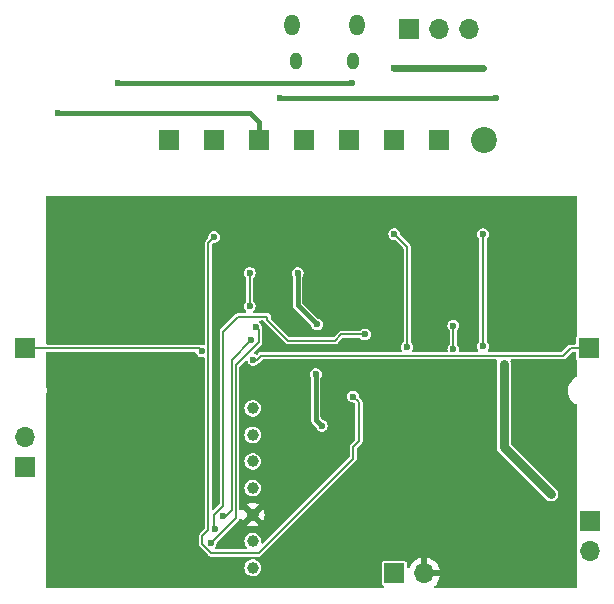
<source format=gbr>
%TF.GenerationSoftware,KiCad,Pcbnew,8.0.4*%
%TF.CreationDate,2024-07-20T20:35:12+02:00*%
%TF.ProjectId,pico-HABakuk,7069636f-2d48-4414-9261-6b756b2e6b69,REV1*%
%TF.SameCoordinates,Original*%
%TF.FileFunction,Copper,L2,Bot*%
%TF.FilePolarity,Positive*%
%FSLAX46Y46*%
G04 Gerber Fmt 4.6, Leading zero omitted, Abs format (unit mm)*
G04 Created by KiCad (PCBNEW 8.0.4) date 2024-07-20 20:35:12*
%MOMM*%
%LPD*%
G01*
G04 APERTURE LIST*
%TA.AperFunction,ComponentPad*%
%ADD10O,1.300000X1.800000*%
%TD*%
%TA.AperFunction,ComponentPad*%
%ADD11O,1.050000X1.450000*%
%TD*%
%TA.AperFunction,ComponentPad*%
%ADD12C,0.600000*%
%TD*%
%TA.AperFunction,ComponentPad*%
%ADD13R,1.700000X1.700000*%
%TD*%
%TA.AperFunction,ComponentPad*%
%ADD14C,1.000000*%
%TD*%
%TA.AperFunction,ComponentPad*%
%ADD15O,1.700000X1.700000*%
%TD*%
%TA.AperFunction,ComponentPad*%
%ADD16C,2.200000*%
%TD*%
%TA.AperFunction,ViaPad*%
%ADD17C,0.600000*%
%TD*%
%TA.AperFunction,Conductor*%
%ADD18C,0.600000*%
%TD*%
%TA.AperFunction,Conductor*%
%ADD19C,0.400000*%
%TD*%
%TA.AperFunction,Conductor*%
%ADD20C,0.800000*%
%TD*%
%TA.AperFunction,Conductor*%
%ADD21C,0.200000*%
%TD*%
G04 APERTURE END LIST*
D10*
X104050000Y-72550000D03*
D11*
X103750000Y-75580000D03*
X98900000Y-75580000D03*
D10*
X98600000Y-72550000D03*
D12*
X98725000Y-98725000D03*
X98725000Y-100000000D03*
X98725000Y-101275000D03*
X100000000Y-98725000D03*
X100000000Y-100000000D03*
X100000000Y-101275000D03*
X101275000Y-98725000D03*
X101275000Y-100000000D03*
X101275000Y-101275000D03*
D13*
X95762000Y-82291000D03*
D14*
X95250000Y-111750000D03*
X95250000Y-105000000D03*
X95250000Y-109500000D03*
D13*
X99572000Y-82291000D03*
X123698000Y-99908000D03*
X91952000Y-82291000D03*
X75946000Y-99908000D03*
X123775000Y-114500000D03*
D15*
X123775000Y-117040000D03*
D16*
X114812000Y-82291000D03*
D14*
X95250000Y-116250000D03*
X95250000Y-107250000D03*
D13*
X75975000Y-110000000D03*
D15*
X75975000Y-107460000D03*
D13*
X88142000Y-82291000D03*
X103382000Y-82291000D03*
X111002000Y-82291000D03*
X108462000Y-72893000D03*
D15*
X111002000Y-72893000D03*
X113542000Y-72893000D03*
D13*
X107250000Y-118975000D03*
D15*
X109790000Y-118975000D03*
D14*
X95250000Y-114000000D03*
D13*
X107192000Y-82291000D03*
D14*
X95250000Y-118500000D03*
D17*
X89250000Y-119250000D03*
X86250000Y-92000000D03*
X112250000Y-102250000D03*
X120250000Y-97500000D03*
X109754000Y-76175000D03*
X90500000Y-101250000D03*
X120250000Y-102250000D03*
X114754000Y-76175000D03*
X114500000Y-118500000D03*
X105500000Y-109250000D03*
X98500000Y-105000000D03*
X112254000Y-76175000D03*
X105500000Y-114500000D03*
X79750000Y-119250000D03*
X81750000Y-106000000D03*
X84500000Y-95750000D03*
X115500000Y-110750000D03*
X97500000Y-106000000D03*
X93750000Y-96394000D03*
X113750000Y-110750000D03*
X107254000Y-76175000D03*
X120250000Y-95750000D03*
X97250000Y-105000000D03*
X89750000Y-106000000D03*
X114500000Y-116250000D03*
X107500000Y-102500000D03*
X120250000Y-104500000D03*
X103636000Y-77465000D03*
X83824000Y-77465000D03*
X116500000Y-101250000D03*
X120500000Y-112250000D03*
X99055000Y-93558000D03*
X100700000Y-97900000D03*
X101092000Y-106468000D03*
X100599970Y-102100000D03*
X78744000Y-80005000D03*
X95300000Y-100882000D03*
X90932000Y-100162000D03*
X95147000Y-99250000D03*
X92710000Y-114132000D03*
X95504000Y-98130000D03*
X91692000Y-116416000D03*
X112250000Y-100000000D03*
X112250000Y-98000000D03*
X104750000Y-98750000D03*
X92050000Y-115250000D03*
X97540000Y-78735000D03*
X103750000Y-104000000D03*
X92000000Y-90500000D03*
X115828000Y-78735000D03*
X114750000Y-99750000D03*
X114750000Y-90250000D03*
X108327817Y-99800000D03*
X107250000Y-90250000D03*
X94996000Y-96352000D03*
X94996000Y-93544000D03*
D18*
X112254000Y-76175000D02*
X114754000Y-76175000D01*
X107254000Y-76175000D02*
X109754000Y-76175000D01*
X109754000Y-76175000D02*
X112254000Y-76175000D01*
D19*
X103636000Y-77465000D02*
X83824000Y-77465000D01*
D20*
X116500000Y-101250000D02*
X116500000Y-108250000D01*
X116500000Y-108250000D02*
X120500000Y-112250000D01*
D19*
X100690000Y-97900000D02*
X100700000Y-97900000D01*
X100590000Y-105966000D02*
X101092000Y-106468000D01*
X99055000Y-96265000D02*
X100690000Y-97900000D01*
X99055000Y-93558000D02*
X99055000Y-96265000D01*
X100599970Y-102100000D02*
X100590000Y-102109970D01*
X100590000Y-102109970D02*
X100590000Y-105966000D01*
X95762000Y-82291000D02*
X95762000Y-80767000D01*
X95762000Y-80767000D02*
X95000000Y-80005000D01*
X95000000Y-80005000D02*
X78744000Y-80005000D01*
D21*
X95630000Y-100882000D02*
X96012000Y-100500000D01*
X121532000Y-100550000D02*
X122174000Y-99908000D01*
X95300000Y-100882000D02*
X95630000Y-100882000D01*
X96012000Y-100500000D02*
X96062000Y-100550000D01*
X96062000Y-100550000D02*
X121532000Y-100550000D01*
X122174000Y-99908000D02*
X123698000Y-99908000D01*
X90932000Y-100162000D02*
X90678000Y-99908000D01*
X90678000Y-99908000D02*
X75946000Y-99908000D01*
X93472000Y-113624000D02*
X93472000Y-100925000D01*
X93472000Y-100925000D02*
X95147000Y-99250000D01*
X92964000Y-114132000D02*
X93472000Y-113624000D01*
X92710000Y-114132000D02*
X92964000Y-114132000D01*
X93822000Y-114290000D02*
X93822000Y-101352818D01*
X93822000Y-101352818D02*
X95758000Y-99416818D01*
X95758000Y-98384000D02*
X95504000Y-98130000D01*
X91696000Y-116416000D02*
X93822000Y-114290000D01*
X91692000Y-116416000D02*
X91696000Y-116416000D01*
X95758000Y-99416818D02*
X95758000Y-98384000D01*
X112250000Y-98000000D02*
X112250000Y-100000000D01*
X96500000Y-97250000D02*
X94000000Y-97250000D01*
X96500000Y-97500000D02*
X96500000Y-97250000D01*
X104750000Y-98750000D02*
X102750000Y-98750000D01*
X92000000Y-115250000D02*
X92050000Y-115250000D01*
X92000000Y-114000000D02*
X92000000Y-115250000D01*
X92750000Y-98500000D02*
X92750000Y-113250000D01*
X92750000Y-113250000D02*
X92000000Y-114000000D01*
X94000000Y-97250000D02*
X92750000Y-98500000D01*
X102225000Y-99275000D02*
X98275000Y-99275000D01*
X102750000Y-98750000D02*
X102225000Y-99275000D01*
X98275000Y-99275000D02*
X96500000Y-97500000D01*
X104250000Y-107750000D02*
X103750000Y-108250000D01*
X91500000Y-115341636D02*
X91500000Y-91000000D01*
X91748182Y-117250000D02*
X91000000Y-116501818D01*
X104250000Y-104500000D02*
X104250000Y-107750000D01*
X92000000Y-90250000D02*
X92000000Y-90500000D01*
X103750000Y-109250000D02*
X95750000Y-117250000D01*
D19*
X97540000Y-78735000D02*
X115828000Y-78735000D01*
D21*
X91500000Y-91000000D02*
X92000000Y-90500000D01*
X103750000Y-104000000D02*
X104250000Y-104500000D01*
X95750000Y-117250000D02*
X91748182Y-117250000D01*
X91000000Y-116501818D02*
X91000000Y-115841636D01*
X103750000Y-108250000D02*
X103750000Y-109250000D01*
X91000000Y-115841636D02*
X91500000Y-115341636D01*
X114750000Y-99750000D02*
X114750000Y-90250000D01*
X108327817Y-99800000D02*
X108327817Y-91327817D01*
X108327817Y-91327817D02*
X107250000Y-90250000D01*
X94996000Y-93544000D02*
X94996000Y-96352000D01*
%TA.AperFunction,Conductor*%
G36*
X90392873Y-100228185D02*
G01*
X90438628Y-100280989D01*
X90444809Y-100297559D01*
X90446834Y-100304455D01*
X90506620Y-100435369D01*
X90506623Y-100435373D01*
X90600872Y-100544143D01*
X90721947Y-100621953D01*
X90721950Y-100621954D01*
X90721949Y-100621954D01*
X90860036Y-100662499D01*
X90860038Y-100662500D01*
X90860039Y-100662500D01*
X91003961Y-100662500D01*
X91040566Y-100651752D01*
X91110434Y-100651752D01*
X91169212Y-100689526D01*
X91198238Y-100753081D01*
X91199500Y-100770729D01*
X91199500Y-115165803D01*
X91179815Y-115232842D01*
X91163181Y-115253484D01*
X90759541Y-115657123D01*
X90759535Y-115657131D01*
X90719982Y-115725640D01*
X90719979Y-115725645D01*
X90715844Y-115741078D01*
X90699500Y-115802074D01*
X90699500Y-116541380D01*
X90704076Y-116558456D01*
X90719979Y-116617808D01*
X90719981Y-116617813D01*
X90742294Y-116656460D01*
X90742295Y-116656460D01*
X90759540Y-116686329D01*
X91507722Y-117434511D01*
X91563671Y-117490460D01*
X91563673Y-117490461D01*
X91563677Y-117490464D01*
X91632186Y-117530017D01*
X91632193Y-117530021D01*
X91708620Y-117550500D01*
X91708622Y-117550500D01*
X95789560Y-117550500D01*
X95789562Y-117550500D01*
X95865989Y-117530021D01*
X95934511Y-117490460D01*
X95990460Y-117434511D01*
X103990460Y-109434511D01*
X103990693Y-109434108D01*
X104030021Y-109365989D01*
X104050500Y-109289562D01*
X104050500Y-108425833D01*
X104070185Y-108358794D01*
X104086819Y-108338152D01*
X104261641Y-108163330D01*
X104490460Y-107934511D01*
X104530022Y-107865988D01*
X104550500Y-107789562D01*
X104550500Y-107710438D01*
X104550500Y-104460438D01*
X104550370Y-104459953D01*
X104530022Y-104384012D01*
X104490460Y-104315489D01*
X104289395Y-104114424D01*
X104255910Y-104053101D01*
X104254339Y-104009094D01*
X104255647Y-104000000D01*
X104235165Y-103857543D01*
X104175377Y-103726627D01*
X104081128Y-103617857D01*
X103960053Y-103540047D01*
X103960051Y-103540046D01*
X103960049Y-103540045D01*
X103960050Y-103540045D01*
X103821963Y-103499500D01*
X103821961Y-103499500D01*
X103678039Y-103499500D01*
X103678036Y-103499500D01*
X103539949Y-103540045D01*
X103418873Y-103617856D01*
X103324623Y-103726626D01*
X103324622Y-103726628D01*
X103264834Y-103857543D01*
X103244353Y-104000000D01*
X103264834Y-104142456D01*
X103282717Y-104181613D01*
X103324623Y-104273373D01*
X103418872Y-104382143D01*
X103476637Y-104419266D01*
X103539949Y-104459954D01*
X103647107Y-104491417D01*
X103675280Y-104499690D01*
X103678036Y-104500499D01*
X103678038Y-104500500D01*
X103774167Y-104500500D01*
X103841206Y-104520185D01*
X103861848Y-104536819D01*
X103913181Y-104588152D01*
X103946666Y-104649475D01*
X103949500Y-104675833D01*
X103949500Y-107574167D01*
X103929815Y-107641206D01*
X103913181Y-107661848D01*
X103509541Y-108065487D01*
X103509535Y-108065495D01*
X103469982Y-108134004D01*
X103469979Y-108134009D01*
X103449500Y-108210439D01*
X103449500Y-109074167D01*
X103429815Y-109141206D01*
X103413181Y-109161848D01*
X96158685Y-116416343D01*
X96097362Y-116449828D01*
X96027670Y-116444844D01*
X95971737Y-116402972D01*
X95947320Y-116337508D01*
X95947907Y-116313720D01*
X95955645Y-116250000D01*
X95935140Y-116081128D01*
X95874818Y-115922070D01*
X95871468Y-115917217D01*
X95840476Y-115872318D01*
X95778183Y-115782071D01*
X95650852Y-115669266D01*
X95650849Y-115669263D01*
X95500226Y-115590210D01*
X95335056Y-115549500D01*
X95164944Y-115549500D01*
X94999773Y-115590210D01*
X94849150Y-115669263D01*
X94721816Y-115782072D01*
X94625182Y-115922068D01*
X94564860Y-116081125D01*
X94564859Y-116081130D01*
X94544355Y-116250000D01*
X94564859Y-116418869D01*
X94564860Y-116418874D01*
X94625182Y-116577931D01*
X94721817Y-116717929D01*
X94738472Y-116732684D01*
X94775599Y-116791873D01*
X94774833Y-116861738D01*
X94736416Y-116920098D01*
X94672545Y-116948424D01*
X94656246Y-116949500D01*
X92163498Y-116949500D01*
X92096459Y-116929815D01*
X92050704Y-116877011D01*
X92040760Y-116807853D01*
X92069785Y-116744297D01*
X92092633Y-116717929D01*
X92117377Y-116689373D01*
X92177165Y-116558457D01*
X92197647Y-116416000D01*
X92196842Y-116410402D01*
X92206782Y-116341245D01*
X92231895Y-116305074D01*
X93674896Y-114862075D01*
X94741476Y-114862075D01*
X94865462Y-114928348D01*
X95053969Y-114985531D01*
X95053965Y-114985531D01*
X95250000Y-115004838D01*
X95446032Y-114985531D01*
X95634537Y-114928348D01*
X95758523Y-114862076D01*
X95758523Y-114862075D01*
X95250001Y-114353553D01*
X95250000Y-114353553D01*
X94741476Y-114862075D01*
X93674896Y-114862075D01*
X94062460Y-114474511D01*
X94098534Y-114412028D01*
X94098538Y-114412022D01*
X94102017Y-114405996D01*
X94102017Y-114405995D01*
X94102021Y-114405989D01*
X94102023Y-114405981D01*
X94102584Y-114404628D01*
X94103372Y-114403649D01*
X94106086Y-114398950D01*
X94106818Y-114399372D01*
X94146422Y-114350222D01*
X94212715Y-114328153D01*
X94280415Y-114345428D01*
X94326506Y-114393620D01*
X94387923Y-114508522D01*
X94896447Y-114000000D01*
X94846719Y-113950272D01*
X95000000Y-113950272D01*
X95000000Y-114049728D01*
X95038060Y-114141614D01*
X95108386Y-114211940D01*
X95200272Y-114250000D01*
X95299728Y-114250000D01*
X95391614Y-114211940D01*
X95461940Y-114141614D01*
X95500000Y-114049728D01*
X95500000Y-113999999D01*
X95603553Y-113999999D01*
X95603553Y-114000000D01*
X96112075Y-114508523D01*
X96112076Y-114508523D01*
X96178348Y-114384537D01*
X96235531Y-114196032D01*
X96254838Y-114000000D01*
X96235531Y-113803967D01*
X96178348Y-113615462D01*
X96112075Y-113491476D01*
X95603553Y-113999999D01*
X95500000Y-113999999D01*
X95500000Y-113950272D01*
X95461940Y-113858386D01*
X95391614Y-113788060D01*
X95299728Y-113750000D01*
X95200272Y-113750000D01*
X95108386Y-113788060D01*
X95038060Y-113858386D01*
X95000000Y-113950272D01*
X94846719Y-113950272D01*
X94387923Y-113491476D01*
X94387922Y-113491476D01*
X94355858Y-113551465D01*
X94306896Y-113601309D01*
X94238759Y-113616770D01*
X94173079Y-113592939D01*
X94130710Y-113537381D01*
X94122500Y-113493012D01*
X94122500Y-113137923D01*
X94741476Y-113137923D01*
X95250000Y-113646447D01*
X95250001Y-113646447D01*
X95758522Y-113137923D01*
X95634537Y-113071651D01*
X95446030Y-113014468D01*
X95446034Y-113014468D01*
X95250000Y-112995161D01*
X95053967Y-113014468D01*
X94865466Y-113071649D01*
X94741476Y-113137923D01*
X94122500Y-113137923D01*
X94122500Y-111750000D01*
X94544355Y-111750000D01*
X94564859Y-111918869D01*
X94564860Y-111918874D01*
X94625182Y-112077931D01*
X94687475Y-112168177D01*
X94721817Y-112217929D01*
X94827505Y-112311560D01*
X94849150Y-112330736D01*
X94999773Y-112409789D01*
X94999775Y-112409790D01*
X95164944Y-112450500D01*
X95335056Y-112450500D01*
X95500225Y-112409790D01*
X95579692Y-112368081D01*
X95650849Y-112330736D01*
X95650850Y-112330734D01*
X95650852Y-112330734D01*
X95778183Y-112217929D01*
X95874818Y-112077930D01*
X95935140Y-111918872D01*
X95955645Y-111750000D01*
X95935140Y-111581128D01*
X95874818Y-111422070D01*
X95778183Y-111282071D01*
X95650852Y-111169266D01*
X95650849Y-111169263D01*
X95500226Y-111090210D01*
X95335056Y-111049500D01*
X95164944Y-111049500D01*
X94999773Y-111090210D01*
X94849150Y-111169263D01*
X94721816Y-111282072D01*
X94625182Y-111422068D01*
X94564860Y-111581125D01*
X94564859Y-111581130D01*
X94544355Y-111750000D01*
X94122500Y-111750000D01*
X94122500Y-109500000D01*
X94544355Y-109500000D01*
X94564859Y-109668869D01*
X94564860Y-109668874D01*
X94625182Y-109827931D01*
X94687475Y-109918177D01*
X94721817Y-109967929D01*
X94827505Y-110061560D01*
X94849150Y-110080736D01*
X94999773Y-110159789D01*
X94999775Y-110159790D01*
X95164944Y-110200500D01*
X95335056Y-110200500D01*
X95500225Y-110159790D01*
X95579692Y-110118081D01*
X95650849Y-110080736D01*
X95650850Y-110080734D01*
X95650852Y-110080734D01*
X95778183Y-109967929D01*
X95874818Y-109827930D01*
X95935140Y-109668872D01*
X95955645Y-109500000D01*
X95935140Y-109331128D01*
X95874818Y-109172070D01*
X95867762Y-109161848D01*
X95807240Y-109074167D01*
X95778183Y-109032071D01*
X95650852Y-108919266D01*
X95650849Y-108919263D01*
X95500226Y-108840210D01*
X95335056Y-108799500D01*
X95164944Y-108799500D01*
X94999773Y-108840210D01*
X94849150Y-108919263D01*
X94721816Y-109032072D01*
X94625182Y-109172068D01*
X94564860Y-109331125D01*
X94564859Y-109331130D01*
X94544355Y-109500000D01*
X94122500Y-109500000D01*
X94122500Y-107250000D01*
X94544355Y-107250000D01*
X94564859Y-107418869D01*
X94564860Y-107418874D01*
X94625182Y-107577931D01*
X94683107Y-107661848D01*
X94721817Y-107717929D01*
X94827505Y-107811560D01*
X94849150Y-107830736D01*
X94999773Y-107909789D01*
X94999775Y-107909790D01*
X95164944Y-107950500D01*
X95335056Y-107950500D01*
X95500225Y-107909790D01*
X95583682Y-107865988D01*
X95650849Y-107830736D01*
X95650850Y-107830734D01*
X95650852Y-107830734D01*
X95778183Y-107717929D01*
X95874818Y-107577930D01*
X95935140Y-107418872D01*
X95955645Y-107250000D01*
X95935140Y-107081128D01*
X95874818Y-106922070D01*
X95778183Y-106782071D01*
X95650852Y-106669266D01*
X95650849Y-106669263D01*
X95500226Y-106590210D01*
X95335056Y-106549500D01*
X95164944Y-106549500D01*
X94999773Y-106590210D01*
X94849150Y-106669263D01*
X94721816Y-106782072D01*
X94625182Y-106922068D01*
X94564860Y-107081125D01*
X94564859Y-107081130D01*
X94544355Y-107250000D01*
X94122500Y-107250000D01*
X94122500Y-105000000D01*
X94544355Y-105000000D01*
X94564859Y-105168869D01*
X94564860Y-105168874D01*
X94625182Y-105327931D01*
X94687475Y-105418177D01*
X94721817Y-105467929D01*
X94827505Y-105561560D01*
X94849150Y-105580736D01*
X94999773Y-105659789D01*
X94999775Y-105659790D01*
X95164944Y-105700500D01*
X95335056Y-105700500D01*
X95500225Y-105659790D01*
X95579692Y-105618081D01*
X95650849Y-105580736D01*
X95650850Y-105580734D01*
X95650852Y-105580734D01*
X95778183Y-105467929D01*
X95874818Y-105327930D01*
X95935140Y-105168872D01*
X95955645Y-105000000D01*
X95935140Y-104831128D01*
X95923524Y-104800500D01*
X95874817Y-104672068D01*
X95781460Y-104536819D01*
X95778183Y-104532071D01*
X95650852Y-104419266D01*
X95650849Y-104419263D01*
X95500226Y-104340210D01*
X95335056Y-104299500D01*
X95164944Y-104299500D01*
X94999773Y-104340210D01*
X94849150Y-104419263D01*
X94721816Y-104532072D01*
X94625182Y-104672068D01*
X94564860Y-104831125D01*
X94564859Y-104831130D01*
X94544355Y-105000000D01*
X94122500Y-105000000D01*
X94122500Y-102100000D01*
X100094323Y-102100000D01*
X100114804Y-102242456D01*
X100178277Y-102381440D01*
X100174708Y-102383069D01*
X100189496Y-102432001D01*
X100189500Y-102432978D01*
X100189500Y-106018726D01*
X100216793Y-106120589D01*
X100243156Y-106166250D01*
X100269520Y-106211913D01*
X100269522Y-106211915D01*
X100567369Y-106509762D01*
X100600854Y-106571085D01*
X100602426Y-106579795D01*
X100603923Y-106590210D01*
X100606835Y-106610457D01*
X100666623Y-106741373D01*
X100760872Y-106850143D01*
X100881947Y-106927953D01*
X100881950Y-106927954D01*
X100881949Y-106927954D01*
X101020036Y-106968499D01*
X101020038Y-106968500D01*
X101020039Y-106968500D01*
X101163962Y-106968500D01*
X101163962Y-106968499D01*
X101302053Y-106927953D01*
X101423128Y-106850143D01*
X101517377Y-106741373D01*
X101577165Y-106610457D01*
X101597647Y-106468000D01*
X101577165Y-106325543D01*
X101517377Y-106194627D01*
X101423128Y-106085857D01*
X101388581Y-106063655D01*
X101302051Y-106008045D01*
X101185736Y-105973893D01*
X101132990Y-105942597D01*
X101026819Y-105836426D01*
X100993334Y-105775103D01*
X100990500Y-105748745D01*
X100990500Y-102459837D01*
X101010185Y-102392798D01*
X101020786Y-102378636D01*
X101025347Y-102373373D01*
X101085135Y-102242457D01*
X101105617Y-102100000D01*
X101085135Y-101957543D01*
X101025347Y-101826627D01*
X100931098Y-101717857D01*
X100810023Y-101640047D01*
X100810021Y-101640046D01*
X100810019Y-101640045D01*
X100810020Y-101640045D01*
X100671933Y-101599500D01*
X100671931Y-101599500D01*
X100528009Y-101599500D01*
X100528006Y-101599500D01*
X100389919Y-101640045D01*
X100268843Y-101717856D01*
X100174593Y-101826626D01*
X100174592Y-101826628D01*
X100114804Y-101957543D01*
X100094323Y-102100000D01*
X94122500Y-102100000D01*
X94122500Y-101528650D01*
X94142185Y-101461611D01*
X94158815Y-101440973D01*
X94613465Y-100986322D01*
X94674786Y-100952839D01*
X94744477Y-100957823D01*
X94800411Y-100999694D01*
X94813938Y-101022493D01*
X94814835Y-101024457D01*
X94874623Y-101155373D01*
X94968872Y-101264143D01*
X95089947Y-101341953D01*
X95089950Y-101341954D01*
X95089949Y-101341954D01*
X95228036Y-101382499D01*
X95228038Y-101382500D01*
X95228039Y-101382500D01*
X95371962Y-101382500D01*
X95371962Y-101382499D01*
X95510053Y-101341953D01*
X95631128Y-101264143D01*
X95686745Y-101199955D01*
X95738992Y-101166377D01*
X95738477Y-101165133D01*
X95745377Y-101162274D01*
X95745520Y-101162183D01*
X95745763Y-101162114D01*
X95745991Y-101162020D01*
X95814504Y-101122464D01*
X95814503Y-101122464D01*
X95814511Y-101122460D01*
X95870460Y-101066511D01*
X96050152Y-100886819D01*
X96111475Y-100853334D01*
X96137833Y-100850500D01*
X115824314Y-100850500D01*
X115891353Y-100870185D01*
X115937108Y-100922989D01*
X115947052Y-100992147D01*
X115942087Y-101010247D01*
X115942527Y-101010365D01*
X115940423Y-101018214D01*
X115940423Y-101018216D01*
X115903672Y-101155373D01*
X115899500Y-101170943D01*
X115899500Y-108163330D01*
X115899499Y-108163348D01*
X115899499Y-108329054D01*
X115899498Y-108329054D01*
X115940422Y-108481782D01*
X115940425Y-108481790D01*
X115945432Y-108490461D01*
X115945434Y-108490464D01*
X116019477Y-108618712D01*
X116019481Y-108618717D01*
X116138349Y-108737585D01*
X116138355Y-108737590D01*
X120131284Y-112730519D01*
X120268215Y-112809577D01*
X120420942Y-112850500D01*
X120420944Y-112850500D01*
X120579055Y-112850500D01*
X120579057Y-112850500D01*
X120731784Y-112809577D01*
X120868716Y-112730519D01*
X120980519Y-112618716D01*
X121059577Y-112481784D01*
X121100500Y-112329057D01*
X121100500Y-112170942D01*
X121059577Y-112018215D01*
X120980519Y-111881284D01*
X117136819Y-108037584D01*
X117103334Y-107976261D01*
X117100500Y-107949903D01*
X117100500Y-101170945D01*
X117100500Y-101170943D01*
X117059577Y-101018216D01*
X117059576Y-101018214D01*
X117057473Y-101010365D01*
X117059809Y-101009739D01*
X117053658Y-100952472D01*
X117084939Y-100889996D01*
X117145031Y-100854349D01*
X117175686Y-100850500D01*
X121571560Y-100850500D01*
X121571562Y-100850500D01*
X121647989Y-100830021D01*
X121716511Y-100790460D01*
X121772460Y-100734511D01*
X122262152Y-100244819D01*
X122323475Y-100211334D01*
X122349833Y-100208500D01*
X122523500Y-100208500D01*
X122590539Y-100228185D01*
X122636294Y-100280989D01*
X122647500Y-100332500D01*
X122647500Y-100777752D01*
X122659131Y-100836229D01*
X122659132Y-100836230D01*
X122703445Y-100902549D01*
X122712082Y-100911185D01*
X122709250Y-100914016D01*
X122739694Y-100950442D01*
X122750000Y-100999936D01*
X122750000Y-102219189D01*
X122730315Y-102286228D01*
X122682296Y-102329673D01*
X122568388Y-102387713D01*
X122402786Y-102508028D01*
X122258028Y-102652786D01*
X122137715Y-102818386D01*
X122044781Y-103000776D01*
X121981522Y-103195465D01*
X121949500Y-103397648D01*
X121949500Y-103602351D01*
X121981522Y-103804534D01*
X122044781Y-103999223D01*
X122137715Y-104181613D01*
X122258028Y-104347213D01*
X122402786Y-104491971D01*
X122568385Y-104612284D01*
X122568387Y-104612285D01*
X122568390Y-104612287D01*
X122682296Y-104670325D01*
X122733091Y-104718298D01*
X122750000Y-104780809D01*
X122750000Y-113513625D01*
X122740562Y-113561076D01*
X122736131Y-113571771D01*
X122724500Y-113630247D01*
X122724500Y-115369752D01*
X122736131Y-115428229D01*
X122740560Y-115438919D01*
X122750000Y-115486374D01*
X122750000Y-120126000D01*
X122730315Y-120193039D01*
X122677511Y-120238794D01*
X122626000Y-120250000D01*
X110716041Y-120250000D01*
X110649002Y-120230315D01*
X110603247Y-120177511D01*
X110593303Y-120108353D01*
X110622328Y-120044797D01*
X110644917Y-120024426D01*
X110661078Y-120013109D01*
X110828105Y-119846082D01*
X110963600Y-119652578D01*
X111063429Y-119438492D01*
X111063432Y-119438486D01*
X111120636Y-119225000D01*
X110223012Y-119225000D01*
X110255925Y-119167993D01*
X110290000Y-119040826D01*
X110290000Y-118909174D01*
X110255925Y-118782007D01*
X110223012Y-118725000D01*
X111120636Y-118725000D01*
X111120635Y-118724999D01*
X111063432Y-118511513D01*
X111063429Y-118511507D01*
X110963600Y-118297422D01*
X110963599Y-118297420D01*
X110828113Y-118103926D01*
X110828108Y-118103920D01*
X110661082Y-117936894D01*
X110467578Y-117801399D01*
X110253492Y-117701570D01*
X110253486Y-117701567D01*
X110040000Y-117644364D01*
X110040000Y-118541988D01*
X109982993Y-118509075D01*
X109855826Y-118475000D01*
X109724174Y-118475000D01*
X109597007Y-118509075D01*
X109540000Y-118541988D01*
X109540000Y-117644364D01*
X109539999Y-117644364D01*
X109326513Y-117701567D01*
X109326507Y-117701570D01*
X109112422Y-117801399D01*
X109112420Y-117801400D01*
X108918926Y-117936886D01*
X108918920Y-117936891D01*
X108751891Y-118103920D01*
X108751886Y-118103926D01*
X108616400Y-118297420D01*
X108616399Y-118297422D01*
X108536882Y-118467948D01*
X108490710Y-118520387D01*
X108423516Y-118539539D01*
X108356635Y-118519323D01*
X108311300Y-118466158D01*
X108300500Y-118415543D01*
X108300500Y-118105249D01*
X108300499Y-118105247D01*
X108288868Y-118046770D01*
X108288867Y-118046769D01*
X108244552Y-117980447D01*
X108178230Y-117936132D01*
X108178229Y-117936131D01*
X108119752Y-117924500D01*
X108119748Y-117924500D01*
X106380252Y-117924500D01*
X106380247Y-117924500D01*
X106321770Y-117936131D01*
X106321769Y-117936132D01*
X106255447Y-117980447D01*
X106211132Y-118046769D01*
X106211131Y-118046770D01*
X106199500Y-118105247D01*
X106199500Y-119844752D01*
X106211131Y-119903229D01*
X106211132Y-119903230D01*
X106255447Y-119969552D01*
X106331923Y-120020652D01*
X106330318Y-120023052D01*
X106370312Y-120055282D01*
X106392375Y-120121577D01*
X106375094Y-120189276D01*
X106323956Y-120236885D01*
X106268454Y-120250000D01*
X77874000Y-120250000D01*
X77806961Y-120230315D01*
X77761206Y-120177511D01*
X77750000Y-120126000D01*
X77750000Y-118500000D01*
X94544355Y-118500000D01*
X94564859Y-118668869D01*
X94564860Y-118668874D01*
X94625182Y-118827931D01*
X94681261Y-118909174D01*
X94721817Y-118967929D01*
X94804101Y-119040826D01*
X94849150Y-119080736D01*
X94985906Y-119152511D01*
X94999775Y-119159790D01*
X95164944Y-119200500D01*
X95335056Y-119200500D01*
X95500225Y-119159790D01*
X95612239Y-119101000D01*
X95650849Y-119080736D01*
X95650850Y-119080734D01*
X95650852Y-119080734D01*
X95778183Y-118967929D01*
X95874818Y-118827930D01*
X95935140Y-118668872D01*
X95955645Y-118500000D01*
X95935140Y-118331128D01*
X95874818Y-118172070D01*
X95778183Y-118032071D01*
X95650852Y-117919266D01*
X95650849Y-117919263D01*
X95500226Y-117840210D01*
X95335056Y-117799500D01*
X95164944Y-117799500D01*
X94999773Y-117840210D01*
X94849150Y-117919263D01*
X94721816Y-118032072D01*
X94625182Y-118172068D01*
X94564860Y-118331125D01*
X94564859Y-118331130D01*
X94544355Y-118500000D01*
X77750000Y-118500000D01*
X77750000Y-103881039D01*
X77756069Y-103842721D01*
X77768477Y-103804534D01*
X77800500Y-103602352D01*
X77800500Y-103397648D01*
X77768477Y-103195466D01*
X77756069Y-103157277D01*
X77750000Y-103118959D01*
X77750000Y-100332500D01*
X77769685Y-100265461D01*
X77822489Y-100219706D01*
X77874000Y-100208500D01*
X90325834Y-100208500D01*
X90392873Y-100228185D01*
G37*
%TD.AperFunction*%
%TA.AperFunction,Conductor*%
G36*
X122693039Y-87019685D02*
G01*
X122738794Y-87072489D01*
X122750000Y-87124000D01*
X122750000Y-98816064D01*
X122730315Y-98883103D01*
X122710521Y-98903256D01*
X122712081Y-98904816D01*
X122703445Y-98913450D01*
X122659132Y-98979769D01*
X122659131Y-98979770D01*
X122647500Y-99038247D01*
X122647500Y-99483500D01*
X122627815Y-99550539D01*
X122575011Y-99596294D01*
X122523500Y-99607500D01*
X122134438Y-99607500D01*
X122095786Y-99617857D01*
X122058010Y-99627979D01*
X122032411Y-99642758D01*
X121999951Y-99661500D01*
X121997258Y-99663055D01*
X121989485Y-99667542D01*
X121989484Y-99667543D01*
X121443848Y-100213181D01*
X121382525Y-100246666D01*
X121356167Y-100249500D01*
X115250959Y-100249500D01*
X115183920Y-100229815D01*
X115138165Y-100177011D01*
X115128221Y-100107853D01*
X115157246Y-100044297D01*
X115175377Y-100023373D01*
X115235165Y-99892457D01*
X115255647Y-99750000D01*
X115235165Y-99607543D01*
X115175377Y-99476627D01*
X115175375Y-99476625D01*
X115175374Y-99476622D01*
X115080787Y-99367462D01*
X115051762Y-99303906D01*
X115050500Y-99286260D01*
X115050500Y-90713738D01*
X115070185Y-90646699D01*
X115080787Y-90632535D01*
X115081124Y-90632144D01*
X115081128Y-90632143D01*
X115175377Y-90523373D01*
X115235165Y-90392457D01*
X115255647Y-90250000D01*
X115235165Y-90107543D01*
X115175377Y-89976627D01*
X115081128Y-89867857D01*
X114960053Y-89790047D01*
X114960051Y-89790046D01*
X114960049Y-89790045D01*
X114960050Y-89790045D01*
X114821963Y-89749500D01*
X114821961Y-89749500D01*
X114678039Y-89749500D01*
X114678036Y-89749500D01*
X114539949Y-89790045D01*
X114418873Y-89867856D01*
X114324623Y-89976626D01*
X114324622Y-89976628D01*
X114264834Y-90107543D01*
X114244353Y-90250000D01*
X114264834Y-90392456D01*
X114313949Y-90500000D01*
X114324623Y-90523373D01*
X114418872Y-90632143D01*
X114418875Y-90632144D01*
X114419213Y-90632535D01*
X114448238Y-90696091D01*
X114449500Y-90713738D01*
X114449500Y-99286260D01*
X114429815Y-99353299D01*
X114419213Y-99367462D01*
X114324625Y-99476622D01*
X114324622Y-99476628D01*
X114264834Y-99607543D01*
X114244353Y-99750000D01*
X114264834Y-99892456D01*
X114287669Y-99942456D01*
X114324623Y-100023373D01*
X114342754Y-100044297D01*
X114371779Y-100107853D01*
X114361835Y-100177011D01*
X114316081Y-100229815D01*
X114249041Y-100249500D01*
X112862878Y-100249500D01*
X112795839Y-100229815D01*
X112750084Y-100177011D01*
X112740140Y-100107853D01*
X112745009Y-100073988D01*
X112755647Y-100000000D01*
X112735165Y-99857543D01*
X112675377Y-99726627D01*
X112675375Y-99726625D01*
X112675374Y-99726622D01*
X112580787Y-99617462D01*
X112551762Y-99553906D01*
X112550500Y-99536260D01*
X112550500Y-98463738D01*
X112570185Y-98396699D01*
X112580787Y-98382535D01*
X112581124Y-98382144D01*
X112581128Y-98382143D01*
X112675377Y-98273373D01*
X112735165Y-98142457D01*
X112755647Y-98000000D01*
X112735165Y-97857543D01*
X112675377Y-97726627D01*
X112581128Y-97617857D01*
X112460053Y-97540047D01*
X112460051Y-97540046D01*
X112460049Y-97540045D01*
X112460050Y-97540045D01*
X112321963Y-97499500D01*
X112321961Y-97499500D01*
X112178039Y-97499500D01*
X112178036Y-97499500D01*
X112039949Y-97540045D01*
X111918873Y-97617856D01*
X111824623Y-97726626D01*
X111824622Y-97726628D01*
X111764834Y-97857543D01*
X111744353Y-98000000D01*
X111764834Y-98142456D01*
X111822173Y-98268009D01*
X111824623Y-98273373D01*
X111918872Y-98382143D01*
X111918875Y-98382144D01*
X111919213Y-98382535D01*
X111948238Y-98446091D01*
X111949500Y-98463738D01*
X111949500Y-99536260D01*
X111929815Y-99603299D01*
X111919213Y-99617462D01*
X111824625Y-99726622D01*
X111824622Y-99726628D01*
X111764834Y-99857543D01*
X111752626Y-99942456D01*
X111744353Y-100000000D01*
X111754902Y-100073373D01*
X111759860Y-100107853D01*
X111749916Y-100177011D01*
X111704161Y-100229815D01*
X111637122Y-100249500D01*
X108865707Y-100249500D01*
X108798668Y-100229815D01*
X108752913Y-100177011D01*
X108742969Y-100107853D01*
X108752913Y-100073988D01*
X108776029Y-100023371D01*
X108812982Y-99942457D01*
X108833464Y-99800000D01*
X108812982Y-99657543D01*
X108753194Y-99526627D01*
X108753192Y-99526625D01*
X108753191Y-99526622D01*
X108658604Y-99417462D01*
X108629579Y-99353906D01*
X108628317Y-99336260D01*
X108628317Y-91288256D01*
X108607837Y-91211826D01*
X108607834Y-91211821D01*
X108568281Y-91143312D01*
X108568275Y-91143304D01*
X107789395Y-90364424D01*
X107755910Y-90303101D01*
X107754339Y-90259094D01*
X107755647Y-90250000D01*
X107735165Y-90107543D01*
X107675377Y-89976627D01*
X107581128Y-89867857D01*
X107460053Y-89790047D01*
X107460051Y-89790046D01*
X107460049Y-89790045D01*
X107460050Y-89790045D01*
X107321963Y-89749500D01*
X107321961Y-89749500D01*
X107178039Y-89749500D01*
X107178036Y-89749500D01*
X107039949Y-89790045D01*
X106918873Y-89867856D01*
X106824623Y-89976626D01*
X106824622Y-89976628D01*
X106764834Y-90107543D01*
X106744353Y-90250000D01*
X106764834Y-90392456D01*
X106813949Y-90500000D01*
X106824623Y-90523373D01*
X106918872Y-90632143D01*
X107039947Y-90709953D01*
X107039950Y-90709954D01*
X107039949Y-90709954D01*
X107147107Y-90741417D01*
X107175280Y-90749690D01*
X107178036Y-90750499D01*
X107178038Y-90750500D01*
X107274167Y-90750500D01*
X107341206Y-90770185D01*
X107361848Y-90786819D01*
X107990998Y-91415969D01*
X108024483Y-91477292D01*
X108027317Y-91503650D01*
X108027317Y-99336260D01*
X108007632Y-99403299D01*
X107997030Y-99417462D01*
X107902442Y-99526622D01*
X107902439Y-99526628D01*
X107842651Y-99657543D01*
X107822170Y-99800000D01*
X107842651Y-99942456D01*
X107902721Y-100073988D01*
X107912665Y-100143147D01*
X107883640Y-100206702D01*
X107824862Y-100244477D01*
X107789927Y-100249500D01*
X96212348Y-100249500D01*
X96150348Y-100232887D01*
X96127991Y-100219979D01*
X96127988Y-100219978D01*
X96051562Y-100199500D01*
X95972438Y-100199500D01*
X95896010Y-100219978D01*
X95827489Y-100259539D01*
X95675026Y-100412002D01*
X95613702Y-100445486D01*
X95544011Y-100440501D01*
X95520307Y-100428637D01*
X95510053Y-100422047D01*
X95510051Y-100422046D01*
X95510049Y-100422045D01*
X95453694Y-100405498D01*
X95394915Y-100367724D01*
X95365890Y-100304168D01*
X95375833Y-100235010D01*
X95400944Y-100198844D01*
X95998460Y-99601329D01*
X96000077Y-99598528D01*
X96038021Y-99532807D01*
X96058500Y-99456380D01*
X96058500Y-98344438D01*
X96038021Y-98268011D01*
X96020875Y-98238314D01*
X96004402Y-98170416D01*
X96005523Y-98158676D01*
X96009647Y-98130000D01*
X95989165Y-97987543D01*
X95929377Y-97856627D01*
X95841925Y-97755701D01*
X95812901Y-97692147D01*
X95822845Y-97622988D01*
X95868600Y-97570184D01*
X95935639Y-97550500D01*
X96110578Y-97550500D01*
X96177617Y-97570185D01*
X96217968Y-97612505D01*
X96224020Y-97622989D01*
X96226121Y-97626627D01*
X96259540Y-97684511D01*
X98034540Y-99459511D01*
X98090489Y-99515460D01*
X98090491Y-99515461D01*
X98090495Y-99515464D01*
X98151248Y-99550539D01*
X98159011Y-99555021D01*
X98235438Y-99575500D01*
X98235440Y-99575500D01*
X102264560Y-99575500D01*
X102264562Y-99575500D01*
X102340989Y-99555021D01*
X102409511Y-99515460D01*
X102465460Y-99459511D01*
X102838152Y-99086819D01*
X102899475Y-99053334D01*
X102925833Y-99050500D01*
X104291499Y-99050500D01*
X104358538Y-99070185D01*
X104385211Y-99093296D01*
X104418872Y-99132143D01*
X104539947Y-99209953D01*
X104539950Y-99209954D01*
X104539949Y-99209954D01*
X104647107Y-99241417D01*
X104676336Y-99250000D01*
X104678036Y-99250499D01*
X104678038Y-99250500D01*
X104678039Y-99250500D01*
X104821962Y-99250500D01*
X104821962Y-99250499D01*
X104960053Y-99209953D01*
X105081128Y-99132143D01*
X105175377Y-99023373D01*
X105235165Y-98892457D01*
X105255647Y-98750000D01*
X105235165Y-98607543D01*
X105175377Y-98476627D01*
X105081128Y-98367857D01*
X104960053Y-98290047D01*
X104960051Y-98290046D01*
X104960049Y-98290045D01*
X104960050Y-98290045D01*
X104821963Y-98249500D01*
X104821961Y-98249500D01*
X104678039Y-98249500D01*
X104678036Y-98249500D01*
X104539949Y-98290045D01*
X104418873Y-98367856D01*
X104418872Y-98367856D01*
X104418872Y-98367857D01*
X104404875Y-98384011D01*
X104385212Y-98406703D01*
X104326433Y-98444477D01*
X104291499Y-98449500D01*
X102710438Y-98449500D01*
X102634011Y-98469979D01*
X102619200Y-98478530D01*
X102565492Y-98509537D01*
X102565487Y-98509541D01*
X102136848Y-98938181D01*
X102075525Y-98971666D01*
X102049167Y-98974500D01*
X98450833Y-98974500D01*
X98383794Y-98954815D01*
X98363152Y-98938181D01*
X96836819Y-97411848D01*
X96803334Y-97350525D01*
X96800500Y-97324167D01*
X96800500Y-97210439D01*
X96780020Y-97134009D01*
X96780017Y-97134004D01*
X96740464Y-97065495D01*
X96740458Y-97065487D01*
X96684512Y-97009541D01*
X96684504Y-97009535D01*
X96615995Y-96969982D01*
X96615990Y-96969979D01*
X96590513Y-96963152D01*
X96539562Y-96949500D01*
X95411049Y-96949500D01*
X95344010Y-96929815D01*
X95298255Y-96877011D01*
X95288311Y-96807853D01*
X95317336Y-96744297D01*
X95324773Y-96736859D01*
X95327124Y-96734145D01*
X95327128Y-96734143D01*
X95421377Y-96625373D01*
X95481165Y-96494457D01*
X95501647Y-96352000D01*
X95481165Y-96209543D01*
X95421377Y-96078627D01*
X95421375Y-96078625D01*
X95421374Y-96078622D01*
X95326787Y-95969462D01*
X95297762Y-95905906D01*
X95296500Y-95888260D01*
X95296500Y-94007738D01*
X95316185Y-93940699D01*
X95326787Y-93926535D01*
X95327124Y-93926144D01*
X95327128Y-93926143D01*
X95421377Y-93817373D01*
X95481165Y-93686457D01*
X95499634Y-93558000D01*
X98549353Y-93558000D01*
X98569834Y-93700456D01*
X98609123Y-93786485D01*
X98629623Y-93831373D01*
X98629627Y-93831378D01*
X98634418Y-93838833D01*
X98631364Y-93840795D01*
X98653235Y-93888663D01*
X98654500Y-93906332D01*
X98654500Y-96317726D01*
X98681793Y-96419589D01*
X98708156Y-96465250D01*
X98734520Y-96510913D01*
X98734522Y-96510915D01*
X100177048Y-97953441D01*
X100210533Y-98014764D01*
X100212105Y-98023472D01*
X100214834Y-98042454D01*
X100214835Y-98042458D01*
X100274622Y-98173371D01*
X100274623Y-98173373D01*
X100368872Y-98282143D01*
X100489947Y-98359953D01*
X100489950Y-98359954D01*
X100489949Y-98359954D01*
X100628036Y-98400499D01*
X100628038Y-98400500D01*
X100628039Y-98400500D01*
X100771962Y-98400500D01*
X100771962Y-98400499D01*
X100910053Y-98359953D01*
X101031128Y-98282143D01*
X101125377Y-98173373D01*
X101185165Y-98042457D01*
X101205647Y-97900000D01*
X101185165Y-97757543D01*
X101125377Y-97626627D01*
X101031128Y-97517857D01*
X100996581Y-97495655D01*
X100910051Y-97440045D01*
X100779579Y-97401736D01*
X100726833Y-97370440D01*
X99491819Y-96135426D01*
X99458334Y-96074103D01*
X99455500Y-96047745D01*
X99455500Y-93906332D01*
X99475185Y-93839293D01*
X99475901Y-93838336D01*
X99480368Y-93831382D01*
X99480377Y-93831373D01*
X99540165Y-93700457D01*
X99560647Y-93558000D01*
X99540165Y-93415543D01*
X99480377Y-93284627D01*
X99386128Y-93175857D01*
X99265053Y-93098047D01*
X99265051Y-93098046D01*
X99265049Y-93098045D01*
X99265050Y-93098045D01*
X99126963Y-93057500D01*
X99126961Y-93057500D01*
X98983039Y-93057500D01*
X98983036Y-93057500D01*
X98844949Y-93098045D01*
X98723873Y-93175856D01*
X98629623Y-93284626D01*
X98629622Y-93284628D01*
X98569834Y-93415543D01*
X98549353Y-93558000D01*
X95499634Y-93558000D01*
X95501647Y-93544000D01*
X95481165Y-93401543D01*
X95421377Y-93270627D01*
X95327128Y-93161857D01*
X95206053Y-93084047D01*
X95206051Y-93084046D01*
X95206049Y-93084045D01*
X95206050Y-93084045D01*
X95067963Y-93043500D01*
X95067961Y-93043500D01*
X94924039Y-93043500D01*
X94924036Y-93043500D01*
X94785949Y-93084045D01*
X94664873Y-93161856D01*
X94570623Y-93270626D01*
X94570622Y-93270628D01*
X94510834Y-93401543D01*
X94490353Y-93544000D01*
X94510834Y-93686456D01*
X94570622Y-93817371D01*
X94570623Y-93817373D01*
X94664872Y-93926143D01*
X94664875Y-93926144D01*
X94665213Y-93926535D01*
X94694238Y-93990091D01*
X94695500Y-94007738D01*
X94695500Y-95888260D01*
X94675815Y-95955299D01*
X94665213Y-95969462D01*
X94570625Y-96078622D01*
X94570622Y-96078628D01*
X94510834Y-96209543D01*
X94490353Y-96352000D01*
X94510834Y-96494456D01*
X94518350Y-96510913D01*
X94570623Y-96625373D01*
X94664872Y-96734143D01*
X94664873Y-96734143D01*
X94670680Y-96740845D01*
X94668942Y-96742350D01*
X94699927Y-96790563D01*
X94699929Y-96860432D01*
X94662156Y-96919211D01*
X94598601Y-96948237D01*
X94580951Y-96949500D01*
X93960438Y-96949500D01*
X93922224Y-96959739D01*
X93884009Y-96969979D01*
X93884004Y-96969982D01*
X93815495Y-97009535D01*
X93815487Y-97009541D01*
X92509541Y-98315487D01*
X92509535Y-98315495D01*
X92469982Y-98384004D01*
X92469979Y-98384009D01*
X92449500Y-98460439D01*
X92449500Y-113074167D01*
X92429815Y-113141206D01*
X92413181Y-113161848D01*
X92012181Y-113562848D01*
X91950858Y-113596333D01*
X91881166Y-113591349D01*
X91825233Y-113549477D01*
X91800816Y-113484013D01*
X91800500Y-113475167D01*
X91800500Y-91175833D01*
X91820185Y-91108794D01*
X91836819Y-91088152D01*
X91888152Y-91036819D01*
X91949475Y-91003334D01*
X91975833Y-91000500D01*
X92071962Y-91000500D01*
X92071962Y-91000499D01*
X92208398Y-90960439D01*
X92210050Y-90959954D01*
X92210050Y-90959953D01*
X92210053Y-90959953D01*
X92331128Y-90882143D01*
X92425377Y-90773373D01*
X92485165Y-90642457D01*
X92505647Y-90500000D01*
X92485165Y-90357543D01*
X92425377Y-90226627D01*
X92331128Y-90117857D01*
X92235158Y-90056181D01*
X92214520Y-90039549D01*
X92184512Y-90009541D01*
X92184504Y-90009535D01*
X92115995Y-89969982D01*
X92115990Y-89969979D01*
X92090513Y-89963152D01*
X92039562Y-89949500D01*
X91960438Y-89949500D01*
X91922224Y-89959739D01*
X91884009Y-89969979D01*
X91884004Y-89969982D01*
X91815496Y-90009535D01*
X91815490Y-90009539D01*
X91785477Y-90039551D01*
X91764839Y-90056182D01*
X91668870Y-90117858D01*
X91668866Y-90117862D01*
X91574625Y-90226622D01*
X91574622Y-90226628D01*
X91514834Y-90357543D01*
X91494353Y-90500000D01*
X91494353Y-90500001D01*
X91495661Y-90509103D01*
X91485713Y-90578261D01*
X91460603Y-90614424D01*
X91315489Y-90759540D01*
X91259541Y-90815487D01*
X91259535Y-90815495D01*
X91219982Y-90884004D01*
X91219979Y-90884009D01*
X91199500Y-90960439D01*
X91199500Y-99553270D01*
X91179815Y-99620309D01*
X91127011Y-99666064D01*
X91057853Y-99676008D01*
X91040567Y-99672248D01*
X91003961Y-99661500D01*
X90885275Y-99661500D01*
X90823274Y-99644887D01*
X90793989Y-99627979D01*
X90717562Y-99607500D01*
X77874000Y-99607500D01*
X77806961Y-99587815D01*
X77761206Y-99535011D01*
X77750000Y-99483500D01*
X77750000Y-87124000D01*
X77769685Y-87056961D01*
X77822489Y-87011206D01*
X77874000Y-87000000D01*
X122626000Y-87000000D01*
X122693039Y-87019685D01*
G37*
%TD.AperFunction*%
M02*

</source>
